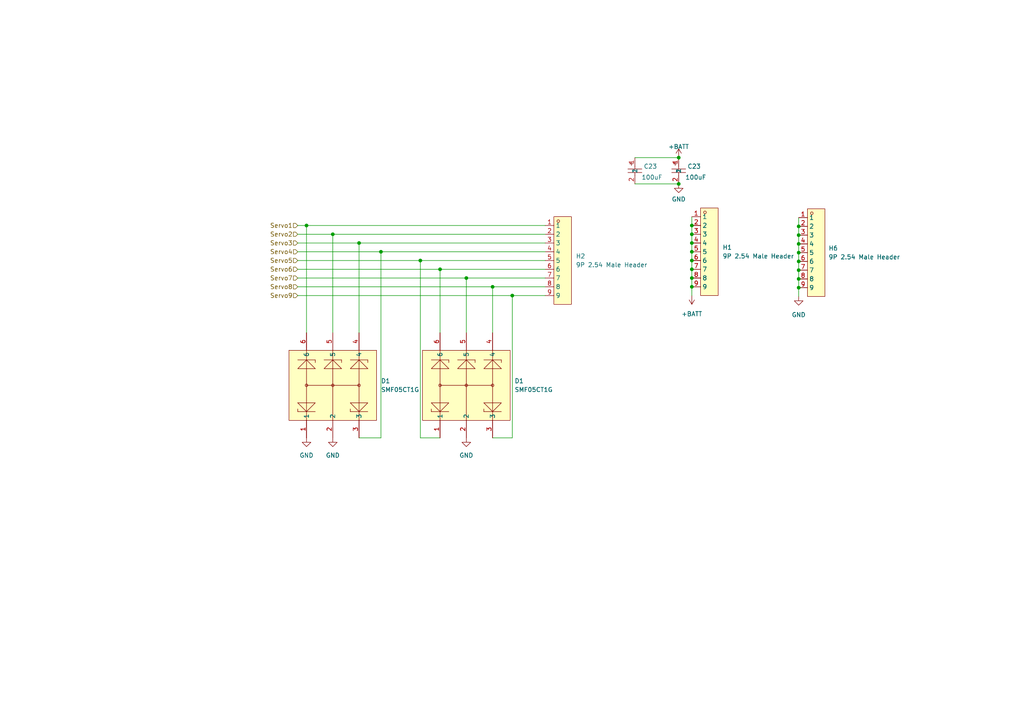
<source format=kicad_sch>
(kicad_sch (version 20230121) (generator eeschema)
  (paper "A4")
  (lib_symbols
    (symbol "easyeda2kicad:100uF 6.3V Tantal 3528"
      (property "Reference" "C" (at 0 5.08 0))
      (property "Value" "100uF 6.3V Tantal 3528" (at 0 -5.08 0))
      (symbol "100uF 6.3V Tantal 3528_0_1"
        (polyline (pts (xy -0.51 0) (xy -1.27 0)))
        (polyline (pts (xy -0.51 2.03) (xy -0.51 -2.03)))
        (polyline (pts (xy 0.51 2.03) (xy 0.51 -2.03)))
        (polyline (pts (xy 1.27 0) (xy 0.51 0)))
        (polyline (pts (xy 2.03 1.52) (xy 2.03 0.51)))
        (polyline (pts (xy 2.54 1.02) (xy 1.52 1.02)))
        (pin input line (at 3.81 0 180) (length 2.54) (name "1") (number "1"))
        (pin input line (at -3.81 0 0) (length 2.54) (name "2") (number "2"))
      )
    )
    (symbol "easyeda2kicad:9P 2.54 Male Header"
      (property "Reference" "H" (at 0 15.24 0))
      (property "Value" "9P 2.54 Male Header" (at 0 -15.24 0))
      (symbol "9P 2.54 Male Header_0_1"
        (rectangle (start -2.54 12.7) (end 2.54 -12.7) (fill (type background)))
        (circle (center -1.27 11.43) (radius 0.38))
        (pin unspecified line (at -5.08 10.16 0) (length 2.54) (name "1") (number "1"))
        (pin unspecified line (at -5.08 7.62 0) (length 2.54) (name "2") (number "2"))
        (pin unspecified line (at -5.08 5.08 0) (length 2.54) (name "3") (number "3"))
        (pin unspecified line (at -5.08 2.54 0) (length 2.54) (name "4") (number "4"))
        (pin unspecified line (at -5.08 0 0) (length 2.54) (name "5") (number "5"))
        (pin unspecified line (at -5.08 -2.54 0) (length 2.54) (name "6") (number "6"))
        (pin unspecified line (at -5.08 -5.08 0) (length 2.54) (name "7") (number "7"))
        (pin unspecified line (at -5.08 -7.62 0) (length 2.54) (name "8") (number "8"))
        (pin unspecified line (at -5.08 -10.16 0) (length 2.54) (name "9") (number "9"))
      )
    )
    (symbol "easyeda2kicad:SMF05CT1G"
      (property "Reference" "D" (at 0 12.7 0))
      (property "Value" "SMF05CT1G" (at 0 -12.7 0))
      (symbol "SMF05CT1G_0_1"
        (rectangle (start -10.16 12.7) (end 10.16 -12.7) (fill (type background)))
        (circle (center 0 -7.62) (radius 0.38))
        (polyline (pts (xy -10.16 -7.62) (xy 10.16 -7.62)))
        (polyline (pts (xy -10.16 0) (xy 0 0)))
        (polyline (pts (xy -10.16 7.62) (xy 10.16 7.62)))
        (polyline (pts (xy -7.62 -10.16) (xy -7.62 -5.08)))
        (polyline (pts (xy -7.62 -5.08) (xy -6.86 -5.08)))
        (polyline (pts (xy -7.62 5.08) (xy -7.62 10.16)))
        (polyline (pts (xy -7.62 10.16) (xy -6.86 10.16)))
        (polyline (pts (xy 0 -7.62) (xy 0 7.62)))
        (polyline (pts (xy 0 0) (xy 10.16 0)))
        (polyline (pts (xy 7.37 -10.16) (xy 6.6 -10.16)))
        (polyline (pts (xy 7.37 -5.08) (xy 7.37 -10.16)))
        (polyline (pts (xy 7.37 -2.54) (xy 6.6 -2.54)))
        (polyline (pts (xy 7.37 2.54) (xy 7.37 -2.54)))
        (polyline (pts (xy 7.37 5.08) (xy 6.6 5.08)))
        (polyline (pts (xy 7.37 10.16) (xy 7.37 5.08)))
        (polyline (pts (xy -5.08 -5.08) (xy -7.62 -7.62) (xy -5.08 -10.16) (xy -5.08 -5.08)) (fill (type background)))
        (polyline (pts (xy -5.08 10.16) (xy -7.62 7.62) (xy -5.08 5.08) (xy -5.08 10.16)) (fill (type background)))
        (polyline (pts (xy 4.83 -10.16) (xy 7.37 -7.62) (xy 4.83 -5.08) (xy 4.83 -10.16)) (fill (type background)))
        (polyline (pts (xy 4.83 -2.54) (xy 7.37 0) (xy 4.83 2.54) (xy 4.83 -2.54)) (fill (type background)))
        (polyline (pts (xy 4.83 5.08) (xy 7.37 7.62) (xy 4.83 10.16) (xy 4.83 5.08)) (fill (type background)))
        (circle (center 0 0) (radius 0.38))
        (circle (center 0 7.62) (radius 0.38))
        (arc (start 0.25 -7.62) (mid 0.25 -7.62) (end 0.25 -7.62))
        (arc (start 0.25 0) (mid 0.25 0) (end 0.25 0))
        (arc (start 0.25 7.62) (mid 0.25 7.62) (end 0.25 7.62))
        (pin input line (at -15.24 7.62 0) (length 5.08) (name "1") (number "1"))
        (pin input line (at -15.24 0 0) (length 5.08) (name "2") (number "2"))
        (pin input line (at -15.24 -7.62 0) (length 5.08) (name "3") (number "3"))
        (pin input line (at 15.24 -7.62 180) (length 5.08) (name "4") (number "4"))
        (pin input line (at 15.24 0 180) (length 5.08) (name "5") (number "5"))
        (pin input line (at 15.24 7.62 180) (length 5.08) (name "6") (number "6"))
      )
    )
    (symbol "power:+BATT" (power) (pin_names (offset 0))
      (property "Value" "+BATT" (at 0 3.556 0))
      (symbol "+BATT_0_1"
        (polyline (pts (xy -0.762 1.27) (xy 0 2.54)))
        (polyline (pts (xy 0 0) (xy 0 2.54)))
        (polyline (pts (xy 0 2.54) (xy 0.762 1.27)))
      )
      (symbol "+BATT_1_1"
        (pin power_in line (at 0 0 90) (length 0) hide (name "+BATT") (number "1"))
      )
    )
    (symbol "power:GND" (power) (pin_names (offset 0))
      (property "Value" "GND" (at 0 -3.81 0))
      (symbol "GND_0_1"
        (polyline (pts (xy 0 0) (xy 0 -1.27) (xy 1.27 -1.27) (xy 0 -2.54) (xy -1.27 -1.27) (xy 0 -1.27)))
      )
      (symbol "GND_1_1"
        (pin power_in line (at 0 0 270) (length 0) hide (name "GND") (number "1"))
      )
    )
  )
  (junction (at 110.49 73.025))
  (junction (at 231.648 78.359))
  (junction (at 96.52 67.945))
  (junction (at 231.648 70.739))
  (junction (at 200.66 73.025))
  (junction (at 231.648 83.439))
  (junction (at 231.648 68.199))
  (junction (at 200.66 70.485))
  (junction (at 196.85 45.72))
  (junction (at 142.875 83.185))
  (junction (at 231.648 80.899))
  (junction (at 121.92 75.565))
  (junction (at 135.255 80.645))
  (junction (at 196.85 53.34))
  (junction (at 200.66 78.105))
  (junction (at 231.648 73.279))
  (junction (at 200.66 80.645))
  (junction (at 231.648 65.659))
  (junction (at 148.59 85.725))
  (junction (at 104.14 70.485))
  (junction (at 200.66 83.185))
  (junction (at 200.66 65.405))
  (junction (at 127.635 78.105))
  (junction (at 231.648 75.819))
  (junction (at 200.66 75.565))
  (junction (at 88.9 65.405))
  (junction (at 200.66 67.945))
  (wire (pts (xy 200.66 80.645) (xy 200.66 83.185)))
  (wire (pts (xy 88.9 65.405) (xy 158.115 65.405)))
  (wire (pts (xy 158.115 83.185) (xy 142.875 83.185)))
  (wire (pts (xy 104.14 96.52) (xy 104.14 70.485)))
  (wire (pts (xy 184.15 53.34) (xy 196.85 53.34)))
  (wire (pts (xy 86.36 83.185) (xy 142.875 83.185)))
  (wire (pts (xy 142.875 83.185) (xy 142.875 96.52)))
  (wire (pts (xy 158.115 67.945) (xy 96.52 67.945)))
  (wire (pts (xy 127.635 78.105) (xy 158.115 78.105)))
  (wire (pts (xy 231.648 73.279) (xy 231.648 75.819)))
  (wire (pts (xy 110.49 73.025) (xy 110.49 127)))
  (wire (pts (xy 200.66 83.185) (xy 200.66 85.725)))
  (wire (pts (xy 158.115 73.025) (xy 110.49 73.025)))
  (wire (pts (xy 86.36 67.945) (xy 96.52 67.945)))
  (wire (pts (xy 231.648 83.439) (xy 231.648 85.979)))
  (wire (pts (xy 121.92 127) (xy 121.92 75.565)))
  (wire (pts (xy 200.66 70.485) (xy 200.66 73.025)))
  (wire (pts (xy 86.36 75.565) (xy 121.92 75.565)))
  (wire (pts (xy 231.648 75.819) (xy 231.648 78.359)))
  (wire (pts (xy 200.66 67.945) (xy 200.66 70.485)))
  (wire (pts (xy 86.36 70.485) (xy 104.14 70.485)))
  (wire (pts (xy 200.66 65.405) (xy 200.66 67.945)))
  (wire (pts (xy 200.66 62.865) (xy 200.66 65.405)))
  (wire (pts (xy 200.66 78.105) (xy 200.66 80.645)))
  (wire (pts (xy 142.875 127) (xy 148.59 127)))
  (wire (pts (xy 86.36 80.645) (xy 135.255 80.645)))
  (wire (pts (xy 200.66 73.025) (xy 200.66 75.565)))
  (wire (pts (xy 231.648 68.199) (xy 231.648 70.739)))
  (wire (pts (xy 135.255 80.645) (xy 158.115 80.645)))
  (wire (pts (xy 135.255 96.52) (xy 135.255 80.645)))
  (wire (pts (xy 96.52 67.945) (xy 96.52 96.52)))
  (wire (pts (xy 88.9 96.52) (xy 88.9 65.405)))
  (wire (pts (xy 121.92 75.565) (xy 158.115 75.565)))
  (wire (pts (xy 148.59 85.725) (xy 158.115 85.725)))
  (wire (pts (xy 148.59 127) (xy 148.59 85.725)))
  (wire (pts (xy 200.66 75.565) (xy 200.66 78.105)))
  (wire (pts (xy 231.648 65.659) (xy 231.648 68.199)))
  (wire (pts (xy 231.648 63.119) (xy 231.648 65.659)))
  (wire (pts (xy 86.36 78.105) (xy 127.635 78.105)))
  (wire (pts (xy 127.635 96.52) (xy 127.635 78.105)))
  (wire (pts (xy 110.49 127) (xy 104.14 127)))
  (wire (pts (xy 86.36 85.725) (xy 148.59 85.725)))
  (wire (pts (xy 86.36 73.025) (xy 110.49 73.025)))
  (wire (pts (xy 231.648 70.739) (xy 231.648 73.279)))
  (wire (pts (xy 231.648 78.359) (xy 231.648 80.899)))
  (wire (pts (xy 127.635 127) (xy 121.92 127)))
  (wire (pts (xy 231.648 80.899) (xy 231.648 83.439)))
  (wire (pts (xy 86.36 65.405) (xy 88.9 65.405)))
  (wire (pts (xy 104.14 70.485) (xy 158.115 70.485)))
  (wire (pts (xy 184.15 45.72) (xy 196.85 45.72)))
  (hierarchical_label "Servo3" (shape input) (at 86.36 70.485 180))
  (hierarchical_label "Servo1" (shape input) (at 86.36 65.405 180))
  (hierarchical_label "Servo6" (shape input) (at 86.36 78.105 180))
  (hierarchical_label "Servo4" (shape input) (at 86.36 73.025 180))
  (hierarchical_label "Servo9" (shape input) (at 86.36 85.725 180))
  (hierarchical_label "Servo7" (shape input) (at 86.36 80.645 180))
  (hierarchical_label "Servo5" (shape input) (at 86.36 75.565 180))
  (hierarchical_label "Servo8" (shape input) (at 86.36 83.185 180))
  (hierarchical_label "Servo2" (shape input) (at 86.36 67.945 180))
  (symbol (lib_id "easyeda2kicad:100uF 6.3V Tantal 3528") (at 196.85 49.53 90) (unit 1)
    (property "Reference" "C23" (at 199.39 48.26 90) (effects (justify right)))
    (property "Value" "100uF" (at 198.755 51.435 90) (effects (justify right)))
    (property "Footprint" "easyeda2kicad:CAP-SMD_L3.5-W2.8" (effects hide))
    (property "Datasheet" "https://lcsc.com/product-detail/Tantalum-Capacitors_AVX_TAJB107K006RNJ_100uF-107-10-6-3V_C16133.html" (effects hide))
    (property "Manufacturer" "Kyocera AVX" (effects hide))
    (property "LCSC Part" "C16133" (effects hide))
    (property "JLC Part" "Basic Part" (effects hide))
    (instances (project "Robosapien" (path "" (reference "C23") (unit 1)) (path "" (reference "C34") (unit 1))))
  )
  (symbol (lib_id "power:GND") (at 231.648 85.979 0) (unit 1)
    (property "Reference" "#PWR010" (effects hide))
    (property "Value" "GND" (at 231.648 91.313 0))
  )
  (symbol (lib_id "easyeda2kicad:100uF 6.3V Tantal 3528") (at 184.15 49.53 90) (unit 1)
    (property "Reference" "C23" (at 186.69 48.26 90) (effects (justify right)))
    (property "Value" "100uF" (at 186.055 51.435 90) (effects (justify right)))
    (property "Footprint" "easyeda2kicad:CAP-SMD_L3.5-W2.8" (effects hide))
    (property "Datasheet" "https://lcsc.com/product-detail/Tantalum-Capacitors_AVX_TAJB107K006RNJ_100uF-107-10-6-3V_C16133.html" (effects hide))
    (property "Manufacturer" "Kyocera AVX" (effects hide))
    (property "LCSC Part" "C16133" (effects hide))
    (property "JLC Part" "Basic Part" (effects hide))
    (instances (project "Robosapien" (path "" (reference "C23") (unit 1)) (path "" (reference "C33") (unit 1))))
  )
  (symbol (lib_id "power:+BATT") (at 196.85 45.72 0) (unit 1)
    (property "Reference" "#PWR09" (effects hide))
    (property "Value" "+BATT" (at 196.85 42.545 0))
    (instances (project "Robosapien" (path "" (reference "#PWR09") (unit 1)) (path "" (reference "#PWR086") (unit 1))))
  )
  (symbol (lib_id "easyeda2kicad:SMF05CT1G") (at 135.255 111.76 90) (unit 1)
    (property "Reference" "D1" (at 149.225 110.4899 90) (effects (justify right)))
    (property "Value" "SMF05CT1G" (at 149.225 113.0299 90) (effects (justify right)))
    (property "Footprint" "easyeda2kicad:SOT-363_L2.0-W1.3-P0.65-LS2.1-BR" (effects hide))
    (property "Datasheet" "https://lcsc.com/product-detail/TVS_ON_SMF05CT1G_SMF05CT1G_C15879.html" (effects hide))
    (property "Manufacturer" "onsemi(安森美)" (effects hide))
    (property "LCSC Part" "C15879" (effects hide))
    (property "JLC Part" "Basic Part" (effects hide))
    (instances (project "Robosapien" (path "" (reference "D1") (unit 1)) (path "" (reference "D7") (unit 1))) (project "HOBRASIO-PCB" (path "" (reference "D1") (unit 1))))
  )
  (symbol (lib_id "power:+BATT") (at 200.66 85.725 180) (unit 1)
    (property "Reference" "#PWR09" (effects hide))
    (property "Value" "+BATT" (at 200.66 91.059 0))
  )
  (symbol (lib_id "power:GND") (at 135.255 127 0) (unit 1)
    (property "Reference" "#PWR088" (effects hide))
    (property "Value" "GND" (at 135.255 132.08 0))
  )
  (symbol (lib_id "easyeda2kicad:SMF05CT1G") (at 96.52 111.76 90) (unit 1)
    (property "Reference" "D1" (at 110.49 110.4899 90) (effects (justify right)))
    (property "Value" "SMF05CT1G" (at 110.49 113.0299 90) (effects (justify right)))
    (property "Footprint" "easyeda2kicad:SOT-363_L2.0-W1.3-P0.65-LS2.1-BR" (effects hide))
    (property "Datasheet" "https://lcsc.com/product-detail/TVS_ON_SMF05CT1G_SMF05CT1G_C15879.html" (effects hide))
    (property "Manufacturer" "onsemi(安森美)" (effects hide))
    (property "LCSC Part" "C15879" (effects hide))
    (property "JLC Part" "Basic Part" (effects hide))
    (instances (project "Robosapien" (path "" (reference "D1") (unit 1)) (path "" (reference "D8") (unit 1))) (project "HOBRASIO-PCB" (path "" (reference "D1") (unit 1))))
  )
  (symbol (lib_id "power:GND") (at 96.52 127 0) (unit 1)
    (property "Reference" "#PWR089" (effects hide))
    (property "Value" "GND" (at 96.52 132.08 0))
  )
  (symbol (lib_id "power:GND") (at 196.85 53.34 0) (unit 1)
    (property "Reference" "#PWR087" (effects hide))
    (property "Value" "GND" (at 196.85 57.785 0))
  )
  (symbol (lib_id "power:GND") (at 88.9 127 0) (unit 1)
    (property "Reference" "#PWR023" (effects hide))
    (property "Value" "GND" (at 88.9 132.08 0))
  )
  (symbol (lib_id "easyeda2kicad:9P 2.54 Male Header") (at 205.74 73.025 0) (unit 1)
    (property "Reference" "H1" (at 209.55 71.7549 0) (effects (justify left)))
    (property "Value" "9P 2.54 Male Header" (at 209.55 74.2949 0) (effects (justify left)))
    (property "Footprint" "easyeda2kicad:HDR-TH_9P-P2.54-V-M" (effects hide))
    (property "Datasheet" "https://lcsc.com/product-detail/New-Arrivals_XFCN-PZ254V-11-09P_C492408.html" (effects hide))
    (property "Manufacturer" "XFCN(兴飞)" (effects hide))
    (property "LCSC Part" "C492408" (effects hide))
    (property "JLC Part" "Extended Part" (effects hide))
  )
  (symbol (lib_id "easyeda2kicad:9P 2.54 Male Header") (at 163.195 75.565 0) (unit 1)
    (property "Reference" "H2" (at 167.005 74.2949 0) (effects (justify left)))
    (property "Value" "9P 2.54 Male Header" (at 167.005 76.8349 0) (effects (justify left)))
    (property "Footprint" "easyeda2kicad:HDR-TH_9P-P2.54-V-M" (effects hide))
    (property "Datasheet" "https://lcsc.com/product-detail/New-Arrivals_XFCN-PZ254V-11-09P_C492408.html" (effects hide))
    (property "Manufacturer" "XFCN(兴飞)" (effects hide))
    (property "LCSC Part" "C492408" (effects hide))
    (property "JLC Part" "Extended Part" (effects hide))
  )
  (symbol (lib_id "easyeda2kicad:9P 2.54 Male Header") (at 236.728 73.279 0) (unit 1)
    (property "Reference" "H6" (at 240.284 72.0089 0) (effects (justify left)))
    (property "Value" "9P 2.54 Male Header" (at 240.284 74.5489 0) (effects (justify left)))
    (property "Footprint" "easyeda2kicad:HDR-TH_9P-P2.54-V-M" (effects hide))
    (property "Datasheet" "https://lcsc.com/product-detail/New-Arrivals_XFCN-PZ254V-11-09P_C492408.html" (effects hide))
    (property "Manufacturer" "XFCN(兴飞)" (effects hide))
    (property "LCSC Part" "C492408" (effects hide))
    (property "JLC Part" "Extended Part" (effects hide))
  )
)
</source>
